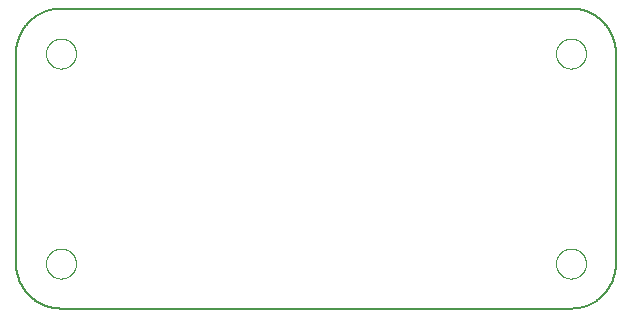
<source format=gtp>
G75*
%MOIN*%
%OFA0B0*%
%FSLAX25Y25*%
%IPPOS*%
%LPD*%
%AMOC8*
5,1,8,0,0,1.08239X$1,22.5*
%
%ADD10C,0.00000*%
%ADD11C,0.00600*%
D10*
X0011300Y0016300D02*
X0011302Y0016441D01*
X0011308Y0016582D01*
X0011318Y0016722D01*
X0011332Y0016862D01*
X0011350Y0017002D01*
X0011371Y0017141D01*
X0011397Y0017280D01*
X0011426Y0017418D01*
X0011460Y0017554D01*
X0011497Y0017690D01*
X0011538Y0017825D01*
X0011583Y0017959D01*
X0011632Y0018091D01*
X0011684Y0018222D01*
X0011740Y0018351D01*
X0011800Y0018478D01*
X0011863Y0018604D01*
X0011929Y0018728D01*
X0012000Y0018851D01*
X0012073Y0018971D01*
X0012150Y0019089D01*
X0012230Y0019205D01*
X0012314Y0019318D01*
X0012400Y0019429D01*
X0012490Y0019538D01*
X0012583Y0019644D01*
X0012678Y0019747D01*
X0012777Y0019848D01*
X0012878Y0019946D01*
X0012982Y0020041D01*
X0013089Y0020133D01*
X0013198Y0020222D01*
X0013310Y0020307D01*
X0013424Y0020390D01*
X0013540Y0020470D01*
X0013659Y0020546D01*
X0013780Y0020618D01*
X0013902Y0020688D01*
X0014027Y0020753D01*
X0014153Y0020816D01*
X0014281Y0020874D01*
X0014411Y0020929D01*
X0014542Y0020981D01*
X0014675Y0021028D01*
X0014809Y0021072D01*
X0014944Y0021113D01*
X0015080Y0021149D01*
X0015217Y0021181D01*
X0015355Y0021210D01*
X0015493Y0021235D01*
X0015633Y0021255D01*
X0015773Y0021272D01*
X0015913Y0021285D01*
X0016054Y0021294D01*
X0016194Y0021299D01*
X0016335Y0021300D01*
X0016476Y0021297D01*
X0016617Y0021290D01*
X0016757Y0021279D01*
X0016897Y0021264D01*
X0017037Y0021245D01*
X0017176Y0021223D01*
X0017314Y0021196D01*
X0017452Y0021166D01*
X0017588Y0021131D01*
X0017724Y0021093D01*
X0017858Y0021051D01*
X0017992Y0021005D01*
X0018124Y0020956D01*
X0018254Y0020902D01*
X0018383Y0020845D01*
X0018510Y0020785D01*
X0018636Y0020721D01*
X0018759Y0020653D01*
X0018881Y0020582D01*
X0019001Y0020508D01*
X0019118Y0020430D01*
X0019233Y0020349D01*
X0019346Y0020265D01*
X0019457Y0020178D01*
X0019565Y0020087D01*
X0019670Y0019994D01*
X0019773Y0019897D01*
X0019873Y0019798D01*
X0019970Y0019696D01*
X0020064Y0019591D01*
X0020155Y0019484D01*
X0020243Y0019374D01*
X0020328Y0019262D01*
X0020410Y0019147D01*
X0020489Y0019030D01*
X0020564Y0018911D01*
X0020636Y0018790D01*
X0020704Y0018667D01*
X0020769Y0018542D01*
X0020831Y0018415D01*
X0020888Y0018286D01*
X0020943Y0018156D01*
X0020993Y0018025D01*
X0021040Y0017892D01*
X0021083Y0017758D01*
X0021122Y0017622D01*
X0021157Y0017486D01*
X0021189Y0017349D01*
X0021216Y0017211D01*
X0021240Y0017072D01*
X0021260Y0016932D01*
X0021276Y0016792D01*
X0021288Y0016652D01*
X0021296Y0016511D01*
X0021300Y0016370D01*
X0021300Y0016230D01*
X0021296Y0016089D01*
X0021288Y0015948D01*
X0021276Y0015808D01*
X0021260Y0015668D01*
X0021240Y0015528D01*
X0021216Y0015389D01*
X0021189Y0015251D01*
X0021157Y0015114D01*
X0021122Y0014978D01*
X0021083Y0014842D01*
X0021040Y0014708D01*
X0020993Y0014575D01*
X0020943Y0014444D01*
X0020888Y0014314D01*
X0020831Y0014185D01*
X0020769Y0014058D01*
X0020704Y0013933D01*
X0020636Y0013810D01*
X0020564Y0013689D01*
X0020489Y0013570D01*
X0020410Y0013453D01*
X0020328Y0013338D01*
X0020243Y0013226D01*
X0020155Y0013116D01*
X0020064Y0013009D01*
X0019970Y0012904D01*
X0019873Y0012802D01*
X0019773Y0012703D01*
X0019670Y0012606D01*
X0019565Y0012513D01*
X0019457Y0012422D01*
X0019346Y0012335D01*
X0019233Y0012251D01*
X0019118Y0012170D01*
X0019001Y0012092D01*
X0018881Y0012018D01*
X0018759Y0011947D01*
X0018636Y0011879D01*
X0018510Y0011815D01*
X0018383Y0011755D01*
X0018254Y0011698D01*
X0018124Y0011644D01*
X0017992Y0011595D01*
X0017858Y0011549D01*
X0017724Y0011507D01*
X0017588Y0011469D01*
X0017452Y0011434D01*
X0017314Y0011404D01*
X0017176Y0011377D01*
X0017037Y0011355D01*
X0016897Y0011336D01*
X0016757Y0011321D01*
X0016617Y0011310D01*
X0016476Y0011303D01*
X0016335Y0011300D01*
X0016194Y0011301D01*
X0016054Y0011306D01*
X0015913Y0011315D01*
X0015773Y0011328D01*
X0015633Y0011345D01*
X0015493Y0011365D01*
X0015355Y0011390D01*
X0015217Y0011419D01*
X0015080Y0011451D01*
X0014944Y0011487D01*
X0014809Y0011528D01*
X0014675Y0011572D01*
X0014542Y0011619D01*
X0014411Y0011671D01*
X0014281Y0011726D01*
X0014153Y0011784D01*
X0014027Y0011847D01*
X0013902Y0011912D01*
X0013780Y0011982D01*
X0013659Y0012054D01*
X0013540Y0012130D01*
X0013424Y0012210D01*
X0013310Y0012293D01*
X0013198Y0012378D01*
X0013089Y0012467D01*
X0012982Y0012559D01*
X0012878Y0012654D01*
X0012777Y0012752D01*
X0012678Y0012853D01*
X0012583Y0012956D01*
X0012490Y0013062D01*
X0012400Y0013171D01*
X0012314Y0013282D01*
X0012230Y0013395D01*
X0012150Y0013511D01*
X0012073Y0013629D01*
X0012000Y0013749D01*
X0011929Y0013872D01*
X0011863Y0013996D01*
X0011800Y0014122D01*
X0011740Y0014249D01*
X0011684Y0014378D01*
X0011632Y0014509D01*
X0011583Y0014641D01*
X0011538Y0014775D01*
X0011497Y0014910D01*
X0011460Y0015046D01*
X0011426Y0015182D01*
X0011397Y0015320D01*
X0011371Y0015459D01*
X0011350Y0015598D01*
X0011332Y0015738D01*
X0011318Y0015878D01*
X0011308Y0016018D01*
X0011302Y0016159D01*
X0011300Y0016300D01*
X0011300Y0086300D02*
X0011302Y0086441D01*
X0011308Y0086582D01*
X0011318Y0086722D01*
X0011332Y0086862D01*
X0011350Y0087002D01*
X0011371Y0087141D01*
X0011397Y0087280D01*
X0011426Y0087418D01*
X0011460Y0087554D01*
X0011497Y0087690D01*
X0011538Y0087825D01*
X0011583Y0087959D01*
X0011632Y0088091D01*
X0011684Y0088222D01*
X0011740Y0088351D01*
X0011800Y0088478D01*
X0011863Y0088604D01*
X0011929Y0088728D01*
X0012000Y0088851D01*
X0012073Y0088971D01*
X0012150Y0089089D01*
X0012230Y0089205D01*
X0012314Y0089318D01*
X0012400Y0089429D01*
X0012490Y0089538D01*
X0012583Y0089644D01*
X0012678Y0089747D01*
X0012777Y0089848D01*
X0012878Y0089946D01*
X0012982Y0090041D01*
X0013089Y0090133D01*
X0013198Y0090222D01*
X0013310Y0090307D01*
X0013424Y0090390D01*
X0013540Y0090470D01*
X0013659Y0090546D01*
X0013780Y0090618D01*
X0013902Y0090688D01*
X0014027Y0090753D01*
X0014153Y0090816D01*
X0014281Y0090874D01*
X0014411Y0090929D01*
X0014542Y0090981D01*
X0014675Y0091028D01*
X0014809Y0091072D01*
X0014944Y0091113D01*
X0015080Y0091149D01*
X0015217Y0091181D01*
X0015355Y0091210D01*
X0015493Y0091235D01*
X0015633Y0091255D01*
X0015773Y0091272D01*
X0015913Y0091285D01*
X0016054Y0091294D01*
X0016194Y0091299D01*
X0016335Y0091300D01*
X0016476Y0091297D01*
X0016617Y0091290D01*
X0016757Y0091279D01*
X0016897Y0091264D01*
X0017037Y0091245D01*
X0017176Y0091223D01*
X0017314Y0091196D01*
X0017452Y0091166D01*
X0017588Y0091131D01*
X0017724Y0091093D01*
X0017858Y0091051D01*
X0017992Y0091005D01*
X0018124Y0090956D01*
X0018254Y0090902D01*
X0018383Y0090845D01*
X0018510Y0090785D01*
X0018636Y0090721D01*
X0018759Y0090653D01*
X0018881Y0090582D01*
X0019001Y0090508D01*
X0019118Y0090430D01*
X0019233Y0090349D01*
X0019346Y0090265D01*
X0019457Y0090178D01*
X0019565Y0090087D01*
X0019670Y0089994D01*
X0019773Y0089897D01*
X0019873Y0089798D01*
X0019970Y0089696D01*
X0020064Y0089591D01*
X0020155Y0089484D01*
X0020243Y0089374D01*
X0020328Y0089262D01*
X0020410Y0089147D01*
X0020489Y0089030D01*
X0020564Y0088911D01*
X0020636Y0088790D01*
X0020704Y0088667D01*
X0020769Y0088542D01*
X0020831Y0088415D01*
X0020888Y0088286D01*
X0020943Y0088156D01*
X0020993Y0088025D01*
X0021040Y0087892D01*
X0021083Y0087758D01*
X0021122Y0087622D01*
X0021157Y0087486D01*
X0021189Y0087349D01*
X0021216Y0087211D01*
X0021240Y0087072D01*
X0021260Y0086932D01*
X0021276Y0086792D01*
X0021288Y0086652D01*
X0021296Y0086511D01*
X0021300Y0086370D01*
X0021300Y0086230D01*
X0021296Y0086089D01*
X0021288Y0085948D01*
X0021276Y0085808D01*
X0021260Y0085668D01*
X0021240Y0085528D01*
X0021216Y0085389D01*
X0021189Y0085251D01*
X0021157Y0085114D01*
X0021122Y0084978D01*
X0021083Y0084842D01*
X0021040Y0084708D01*
X0020993Y0084575D01*
X0020943Y0084444D01*
X0020888Y0084314D01*
X0020831Y0084185D01*
X0020769Y0084058D01*
X0020704Y0083933D01*
X0020636Y0083810D01*
X0020564Y0083689D01*
X0020489Y0083570D01*
X0020410Y0083453D01*
X0020328Y0083338D01*
X0020243Y0083226D01*
X0020155Y0083116D01*
X0020064Y0083009D01*
X0019970Y0082904D01*
X0019873Y0082802D01*
X0019773Y0082703D01*
X0019670Y0082606D01*
X0019565Y0082513D01*
X0019457Y0082422D01*
X0019346Y0082335D01*
X0019233Y0082251D01*
X0019118Y0082170D01*
X0019001Y0082092D01*
X0018881Y0082018D01*
X0018759Y0081947D01*
X0018636Y0081879D01*
X0018510Y0081815D01*
X0018383Y0081755D01*
X0018254Y0081698D01*
X0018124Y0081644D01*
X0017992Y0081595D01*
X0017858Y0081549D01*
X0017724Y0081507D01*
X0017588Y0081469D01*
X0017452Y0081434D01*
X0017314Y0081404D01*
X0017176Y0081377D01*
X0017037Y0081355D01*
X0016897Y0081336D01*
X0016757Y0081321D01*
X0016617Y0081310D01*
X0016476Y0081303D01*
X0016335Y0081300D01*
X0016194Y0081301D01*
X0016054Y0081306D01*
X0015913Y0081315D01*
X0015773Y0081328D01*
X0015633Y0081345D01*
X0015493Y0081365D01*
X0015355Y0081390D01*
X0015217Y0081419D01*
X0015080Y0081451D01*
X0014944Y0081487D01*
X0014809Y0081528D01*
X0014675Y0081572D01*
X0014542Y0081619D01*
X0014411Y0081671D01*
X0014281Y0081726D01*
X0014153Y0081784D01*
X0014027Y0081847D01*
X0013902Y0081912D01*
X0013780Y0081982D01*
X0013659Y0082054D01*
X0013540Y0082130D01*
X0013424Y0082210D01*
X0013310Y0082293D01*
X0013198Y0082378D01*
X0013089Y0082467D01*
X0012982Y0082559D01*
X0012878Y0082654D01*
X0012777Y0082752D01*
X0012678Y0082853D01*
X0012583Y0082956D01*
X0012490Y0083062D01*
X0012400Y0083171D01*
X0012314Y0083282D01*
X0012230Y0083395D01*
X0012150Y0083511D01*
X0012073Y0083629D01*
X0012000Y0083749D01*
X0011929Y0083872D01*
X0011863Y0083996D01*
X0011800Y0084122D01*
X0011740Y0084249D01*
X0011684Y0084378D01*
X0011632Y0084509D01*
X0011583Y0084641D01*
X0011538Y0084775D01*
X0011497Y0084910D01*
X0011460Y0085046D01*
X0011426Y0085182D01*
X0011397Y0085320D01*
X0011371Y0085459D01*
X0011350Y0085598D01*
X0011332Y0085738D01*
X0011318Y0085878D01*
X0011308Y0086018D01*
X0011302Y0086159D01*
X0011300Y0086300D01*
X0181300Y0086300D02*
X0181302Y0086441D01*
X0181308Y0086582D01*
X0181318Y0086722D01*
X0181332Y0086862D01*
X0181350Y0087002D01*
X0181371Y0087141D01*
X0181397Y0087280D01*
X0181426Y0087418D01*
X0181460Y0087554D01*
X0181497Y0087690D01*
X0181538Y0087825D01*
X0181583Y0087959D01*
X0181632Y0088091D01*
X0181684Y0088222D01*
X0181740Y0088351D01*
X0181800Y0088478D01*
X0181863Y0088604D01*
X0181929Y0088728D01*
X0182000Y0088851D01*
X0182073Y0088971D01*
X0182150Y0089089D01*
X0182230Y0089205D01*
X0182314Y0089318D01*
X0182400Y0089429D01*
X0182490Y0089538D01*
X0182583Y0089644D01*
X0182678Y0089747D01*
X0182777Y0089848D01*
X0182878Y0089946D01*
X0182982Y0090041D01*
X0183089Y0090133D01*
X0183198Y0090222D01*
X0183310Y0090307D01*
X0183424Y0090390D01*
X0183540Y0090470D01*
X0183659Y0090546D01*
X0183780Y0090618D01*
X0183902Y0090688D01*
X0184027Y0090753D01*
X0184153Y0090816D01*
X0184281Y0090874D01*
X0184411Y0090929D01*
X0184542Y0090981D01*
X0184675Y0091028D01*
X0184809Y0091072D01*
X0184944Y0091113D01*
X0185080Y0091149D01*
X0185217Y0091181D01*
X0185355Y0091210D01*
X0185493Y0091235D01*
X0185633Y0091255D01*
X0185773Y0091272D01*
X0185913Y0091285D01*
X0186054Y0091294D01*
X0186194Y0091299D01*
X0186335Y0091300D01*
X0186476Y0091297D01*
X0186617Y0091290D01*
X0186757Y0091279D01*
X0186897Y0091264D01*
X0187037Y0091245D01*
X0187176Y0091223D01*
X0187314Y0091196D01*
X0187452Y0091166D01*
X0187588Y0091131D01*
X0187724Y0091093D01*
X0187858Y0091051D01*
X0187992Y0091005D01*
X0188124Y0090956D01*
X0188254Y0090902D01*
X0188383Y0090845D01*
X0188510Y0090785D01*
X0188636Y0090721D01*
X0188759Y0090653D01*
X0188881Y0090582D01*
X0189001Y0090508D01*
X0189118Y0090430D01*
X0189233Y0090349D01*
X0189346Y0090265D01*
X0189457Y0090178D01*
X0189565Y0090087D01*
X0189670Y0089994D01*
X0189773Y0089897D01*
X0189873Y0089798D01*
X0189970Y0089696D01*
X0190064Y0089591D01*
X0190155Y0089484D01*
X0190243Y0089374D01*
X0190328Y0089262D01*
X0190410Y0089147D01*
X0190489Y0089030D01*
X0190564Y0088911D01*
X0190636Y0088790D01*
X0190704Y0088667D01*
X0190769Y0088542D01*
X0190831Y0088415D01*
X0190888Y0088286D01*
X0190943Y0088156D01*
X0190993Y0088025D01*
X0191040Y0087892D01*
X0191083Y0087758D01*
X0191122Y0087622D01*
X0191157Y0087486D01*
X0191189Y0087349D01*
X0191216Y0087211D01*
X0191240Y0087072D01*
X0191260Y0086932D01*
X0191276Y0086792D01*
X0191288Y0086652D01*
X0191296Y0086511D01*
X0191300Y0086370D01*
X0191300Y0086230D01*
X0191296Y0086089D01*
X0191288Y0085948D01*
X0191276Y0085808D01*
X0191260Y0085668D01*
X0191240Y0085528D01*
X0191216Y0085389D01*
X0191189Y0085251D01*
X0191157Y0085114D01*
X0191122Y0084978D01*
X0191083Y0084842D01*
X0191040Y0084708D01*
X0190993Y0084575D01*
X0190943Y0084444D01*
X0190888Y0084314D01*
X0190831Y0084185D01*
X0190769Y0084058D01*
X0190704Y0083933D01*
X0190636Y0083810D01*
X0190564Y0083689D01*
X0190489Y0083570D01*
X0190410Y0083453D01*
X0190328Y0083338D01*
X0190243Y0083226D01*
X0190155Y0083116D01*
X0190064Y0083009D01*
X0189970Y0082904D01*
X0189873Y0082802D01*
X0189773Y0082703D01*
X0189670Y0082606D01*
X0189565Y0082513D01*
X0189457Y0082422D01*
X0189346Y0082335D01*
X0189233Y0082251D01*
X0189118Y0082170D01*
X0189001Y0082092D01*
X0188881Y0082018D01*
X0188759Y0081947D01*
X0188636Y0081879D01*
X0188510Y0081815D01*
X0188383Y0081755D01*
X0188254Y0081698D01*
X0188124Y0081644D01*
X0187992Y0081595D01*
X0187858Y0081549D01*
X0187724Y0081507D01*
X0187588Y0081469D01*
X0187452Y0081434D01*
X0187314Y0081404D01*
X0187176Y0081377D01*
X0187037Y0081355D01*
X0186897Y0081336D01*
X0186757Y0081321D01*
X0186617Y0081310D01*
X0186476Y0081303D01*
X0186335Y0081300D01*
X0186194Y0081301D01*
X0186054Y0081306D01*
X0185913Y0081315D01*
X0185773Y0081328D01*
X0185633Y0081345D01*
X0185493Y0081365D01*
X0185355Y0081390D01*
X0185217Y0081419D01*
X0185080Y0081451D01*
X0184944Y0081487D01*
X0184809Y0081528D01*
X0184675Y0081572D01*
X0184542Y0081619D01*
X0184411Y0081671D01*
X0184281Y0081726D01*
X0184153Y0081784D01*
X0184027Y0081847D01*
X0183902Y0081912D01*
X0183780Y0081982D01*
X0183659Y0082054D01*
X0183540Y0082130D01*
X0183424Y0082210D01*
X0183310Y0082293D01*
X0183198Y0082378D01*
X0183089Y0082467D01*
X0182982Y0082559D01*
X0182878Y0082654D01*
X0182777Y0082752D01*
X0182678Y0082853D01*
X0182583Y0082956D01*
X0182490Y0083062D01*
X0182400Y0083171D01*
X0182314Y0083282D01*
X0182230Y0083395D01*
X0182150Y0083511D01*
X0182073Y0083629D01*
X0182000Y0083749D01*
X0181929Y0083872D01*
X0181863Y0083996D01*
X0181800Y0084122D01*
X0181740Y0084249D01*
X0181684Y0084378D01*
X0181632Y0084509D01*
X0181583Y0084641D01*
X0181538Y0084775D01*
X0181497Y0084910D01*
X0181460Y0085046D01*
X0181426Y0085182D01*
X0181397Y0085320D01*
X0181371Y0085459D01*
X0181350Y0085598D01*
X0181332Y0085738D01*
X0181318Y0085878D01*
X0181308Y0086018D01*
X0181302Y0086159D01*
X0181300Y0086300D01*
X0181300Y0016300D02*
X0181302Y0016441D01*
X0181308Y0016582D01*
X0181318Y0016722D01*
X0181332Y0016862D01*
X0181350Y0017002D01*
X0181371Y0017141D01*
X0181397Y0017280D01*
X0181426Y0017418D01*
X0181460Y0017554D01*
X0181497Y0017690D01*
X0181538Y0017825D01*
X0181583Y0017959D01*
X0181632Y0018091D01*
X0181684Y0018222D01*
X0181740Y0018351D01*
X0181800Y0018478D01*
X0181863Y0018604D01*
X0181929Y0018728D01*
X0182000Y0018851D01*
X0182073Y0018971D01*
X0182150Y0019089D01*
X0182230Y0019205D01*
X0182314Y0019318D01*
X0182400Y0019429D01*
X0182490Y0019538D01*
X0182583Y0019644D01*
X0182678Y0019747D01*
X0182777Y0019848D01*
X0182878Y0019946D01*
X0182982Y0020041D01*
X0183089Y0020133D01*
X0183198Y0020222D01*
X0183310Y0020307D01*
X0183424Y0020390D01*
X0183540Y0020470D01*
X0183659Y0020546D01*
X0183780Y0020618D01*
X0183902Y0020688D01*
X0184027Y0020753D01*
X0184153Y0020816D01*
X0184281Y0020874D01*
X0184411Y0020929D01*
X0184542Y0020981D01*
X0184675Y0021028D01*
X0184809Y0021072D01*
X0184944Y0021113D01*
X0185080Y0021149D01*
X0185217Y0021181D01*
X0185355Y0021210D01*
X0185493Y0021235D01*
X0185633Y0021255D01*
X0185773Y0021272D01*
X0185913Y0021285D01*
X0186054Y0021294D01*
X0186194Y0021299D01*
X0186335Y0021300D01*
X0186476Y0021297D01*
X0186617Y0021290D01*
X0186757Y0021279D01*
X0186897Y0021264D01*
X0187037Y0021245D01*
X0187176Y0021223D01*
X0187314Y0021196D01*
X0187452Y0021166D01*
X0187588Y0021131D01*
X0187724Y0021093D01*
X0187858Y0021051D01*
X0187992Y0021005D01*
X0188124Y0020956D01*
X0188254Y0020902D01*
X0188383Y0020845D01*
X0188510Y0020785D01*
X0188636Y0020721D01*
X0188759Y0020653D01*
X0188881Y0020582D01*
X0189001Y0020508D01*
X0189118Y0020430D01*
X0189233Y0020349D01*
X0189346Y0020265D01*
X0189457Y0020178D01*
X0189565Y0020087D01*
X0189670Y0019994D01*
X0189773Y0019897D01*
X0189873Y0019798D01*
X0189970Y0019696D01*
X0190064Y0019591D01*
X0190155Y0019484D01*
X0190243Y0019374D01*
X0190328Y0019262D01*
X0190410Y0019147D01*
X0190489Y0019030D01*
X0190564Y0018911D01*
X0190636Y0018790D01*
X0190704Y0018667D01*
X0190769Y0018542D01*
X0190831Y0018415D01*
X0190888Y0018286D01*
X0190943Y0018156D01*
X0190993Y0018025D01*
X0191040Y0017892D01*
X0191083Y0017758D01*
X0191122Y0017622D01*
X0191157Y0017486D01*
X0191189Y0017349D01*
X0191216Y0017211D01*
X0191240Y0017072D01*
X0191260Y0016932D01*
X0191276Y0016792D01*
X0191288Y0016652D01*
X0191296Y0016511D01*
X0191300Y0016370D01*
X0191300Y0016230D01*
X0191296Y0016089D01*
X0191288Y0015948D01*
X0191276Y0015808D01*
X0191260Y0015668D01*
X0191240Y0015528D01*
X0191216Y0015389D01*
X0191189Y0015251D01*
X0191157Y0015114D01*
X0191122Y0014978D01*
X0191083Y0014842D01*
X0191040Y0014708D01*
X0190993Y0014575D01*
X0190943Y0014444D01*
X0190888Y0014314D01*
X0190831Y0014185D01*
X0190769Y0014058D01*
X0190704Y0013933D01*
X0190636Y0013810D01*
X0190564Y0013689D01*
X0190489Y0013570D01*
X0190410Y0013453D01*
X0190328Y0013338D01*
X0190243Y0013226D01*
X0190155Y0013116D01*
X0190064Y0013009D01*
X0189970Y0012904D01*
X0189873Y0012802D01*
X0189773Y0012703D01*
X0189670Y0012606D01*
X0189565Y0012513D01*
X0189457Y0012422D01*
X0189346Y0012335D01*
X0189233Y0012251D01*
X0189118Y0012170D01*
X0189001Y0012092D01*
X0188881Y0012018D01*
X0188759Y0011947D01*
X0188636Y0011879D01*
X0188510Y0011815D01*
X0188383Y0011755D01*
X0188254Y0011698D01*
X0188124Y0011644D01*
X0187992Y0011595D01*
X0187858Y0011549D01*
X0187724Y0011507D01*
X0187588Y0011469D01*
X0187452Y0011434D01*
X0187314Y0011404D01*
X0187176Y0011377D01*
X0187037Y0011355D01*
X0186897Y0011336D01*
X0186757Y0011321D01*
X0186617Y0011310D01*
X0186476Y0011303D01*
X0186335Y0011300D01*
X0186194Y0011301D01*
X0186054Y0011306D01*
X0185913Y0011315D01*
X0185773Y0011328D01*
X0185633Y0011345D01*
X0185493Y0011365D01*
X0185355Y0011390D01*
X0185217Y0011419D01*
X0185080Y0011451D01*
X0184944Y0011487D01*
X0184809Y0011528D01*
X0184675Y0011572D01*
X0184542Y0011619D01*
X0184411Y0011671D01*
X0184281Y0011726D01*
X0184153Y0011784D01*
X0184027Y0011847D01*
X0183902Y0011912D01*
X0183780Y0011982D01*
X0183659Y0012054D01*
X0183540Y0012130D01*
X0183424Y0012210D01*
X0183310Y0012293D01*
X0183198Y0012378D01*
X0183089Y0012467D01*
X0182982Y0012559D01*
X0182878Y0012654D01*
X0182777Y0012752D01*
X0182678Y0012853D01*
X0182583Y0012956D01*
X0182490Y0013062D01*
X0182400Y0013171D01*
X0182314Y0013282D01*
X0182230Y0013395D01*
X0182150Y0013511D01*
X0182073Y0013629D01*
X0182000Y0013749D01*
X0181929Y0013872D01*
X0181863Y0013996D01*
X0181800Y0014122D01*
X0181740Y0014249D01*
X0181684Y0014378D01*
X0181632Y0014509D01*
X0181583Y0014641D01*
X0181538Y0014775D01*
X0181497Y0014910D01*
X0181460Y0015046D01*
X0181426Y0015182D01*
X0181397Y0015320D01*
X0181371Y0015459D01*
X0181350Y0015598D01*
X0181332Y0015738D01*
X0181318Y0015878D01*
X0181308Y0016018D01*
X0181302Y0016159D01*
X0181300Y0016300D01*
D11*
X0186300Y0001300D02*
X0016300Y0001300D01*
X0015938Y0001304D01*
X0015575Y0001318D01*
X0015213Y0001339D01*
X0014852Y0001370D01*
X0014492Y0001409D01*
X0014133Y0001457D01*
X0013775Y0001514D01*
X0013418Y0001579D01*
X0013063Y0001653D01*
X0012710Y0001736D01*
X0012359Y0001827D01*
X0012011Y0001926D01*
X0011665Y0002034D01*
X0011321Y0002150D01*
X0010981Y0002275D01*
X0010644Y0002407D01*
X0010310Y0002548D01*
X0009979Y0002697D01*
X0009652Y0002854D01*
X0009329Y0003018D01*
X0009010Y0003190D01*
X0008696Y0003370D01*
X0008385Y0003558D01*
X0008080Y0003753D01*
X0007779Y0003955D01*
X0007483Y0004165D01*
X0007193Y0004381D01*
X0006907Y0004605D01*
X0006627Y0004835D01*
X0006353Y0005072D01*
X0006085Y0005316D01*
X0005822Y0005566D01*
X0005566Y0005822D01*
X0005316Y0006085D01*
X0005072Y0006353D01*
X0004835Y0006627D01*
X0004605Y0006907D01*
X0004381Y0007193D01*
X0004165Y0007483D01*
X0003955Y0007779D01*
X0003753Y0008080D01*
X0003558Y0008385D01*
X0003370Y0008696D01*
X0003190Y0009010D01*
X0003018Y0009329D01*
X0002854Y0009652D01*
X0002697Y0009979D01*
X0002548Y0010310D01*
X0002407Y0010644D01*
X0002275Y0010981D01*
X0002150Y0011321D01*
X0002034Y0011665D01*
X0001926Y0012011D01*
X0001827Y0012359D01*
X0001736Y0012710D01*
X0001653Y0013063D01*
X0001579Y0013418D01*
X0001514Y0013775D01*
X0001457Y0014133D01*
X0001409Y0014492D01*
X0001370Y0014852D01*
X0001339Y0015213D01*
X0001318Y0015575D01*
X0001304Y0015938D01*
X0001300Y0016300D01*
X0001300Y0086300D01*
X0001304Y0086662D01*
X0001318Y0087025D01*
X0001339Y0087387D01*
X0001370Y0087748D01*
X0001409Y0088108D01*
X0001457Y0088467D01*
X0001514Y0088825D01*
X0001579Y0089182D01*
X0001653Y0089537D01*
X0001736Y0089890D01*
X0001827Y0090241D01*
X0001926Y0090589D01*
X0002034Y0090935D01*
X0002150Y0091279D01*
X0002275Y0091619D01*
X0002407Y0091956D01*
X0002548Y0092290D01*
X0002697Y0092621D01*
X0002854Y0092948D01*
X0003018Y0093271D01*
X0003190Y0093590D01*
X0003370Y0093904D01*
X0003558Y0094215D01*
X0003753Y0094520D01*
X0003955Y0094821D01*
X0004165Y0095117D01*
X0004381Y0095407D01*
X0004605Y0095693D01*
X0004835Y0095973D01*
X0005072Y0096247D01*
X0005316Y0096515D01*
X0005566Y0096778D01*
X0005822Y0097034D01*
X0006085Y0097284D01*
X0006353Y0097528D01*
X0006627Y0097765D01*
X0006907Y0097995D01*
X0007193Y0098219D01*
X0007483Y0098435D01*
X0007779Y0098645D01*
X0008080Y0098847D01*
X0008385Y0099042D01*
X0008696Y0099230D01*
X0009010Y0099410D01*
X0009329Y0099582D01*
X0009652Y0099746D01*
X0009979Y0099903D01*
X0010310Y0100052D01*
X0010644Y0100193D01*
X0010981Y0100325D01*
X0011321Y0100450D01*
X0011665Y0100566D01*
X0012011Y0100674D01*
X0012359Y0100773D01*
X0012710Y0100864D01*
X0013063Y0100947D01*
X0013418Y0101021D01*
X0013775Y0101086D01*
X0014133Y0101143D01*
X0014492Y0101191D01*
X0014852Y0101230D01*
X0015213Y0101261D01*
X0015575Y0101282D01*
X0015938Y0101296D01*
X0016300Y0101300D01*
X0186300Y0101300D01*
X0186662Y0101296D01*
X0187025Y0101282D01*
X0187387Y0101261D01*
X0187748Y0101230D01*
X0188108Y0101191D01*
X0188467Y0101143D01*
X0188825Y0101086D01*
X0189182Y0101021D01*
X0189537Y0100947D01*
X0189890Y0100864D01*
X0190241Y0100773D01*
X0190589Y0100674D01*
X0190935Y0100566D01*
X0191279Y0100450D01*
X0191619Y0100325D01*
X0191956Y0100193D01*
X0192290Y0100052D01*
X0192621Y0099903D01*
X0192948Y0099746D01*
X0193271Y0099582D01*
X0193590Y0099410D01*
X0193904Y0099230D01*
X0194215Y0099042D01*
X0194520Y0098847D01*
X0194821Y0098645D01*
X0195117Y0098435D01*
X0195407Y0098219D01*
X0195693Y0097995D01*
X0195973Y0097765D01*
X0196247Y0097528D01*
X0196515Y0097284D01*
X0196778Y0097034D01*
X0197034Y0096778D01*
X0197284Y0096515D01*
X0197528Y0096247D01*
X0197765Y0095973D01*
X0197995Y0095693D01*
X0198219Y0095407D01*
X0198435Y0095117D01*
X0198645Y0094821D01*
X0198847Y0094520D01*
X0199042Y0094215D01*
X0199230Y0093904D01*
X0199410Y0093590D01*
X0199582Y0093271D01*
X0199746Y0092948D01*
X0199903Y0092621D01*
X0200052Y0092290D01*
X0200193Y0091956D01*
X0200325Y0091619D01*
X0200450Y0091279D01*
X0200566Y0090935D01*
X0200674Y0090589D01*
X0200773Y0090241D01*
X0200864Y0089890D01*
X0200947Y0089537D01*
X0201021Y0089182D01*
X0201086Y0088825D01*
X0201143Y0088467D01*
X0201191Y0088108D01*
X0201230Y0087748D01*
X0201261Y0087387D01*
X0201282Y0087025D01*
X0201296Y0086662D01*
X0201300Y0086300D01*
X0201300Y0016300D01*
X0201296Y0015938D01*
X0201282Y0015575D01*
X0201261Y0015213D01*
X0201230Y0014852D01*
X0201191Y0014492D01*
X0201143Y0014133D01*
X0201086Y0013775D01*
X0201021Y0013418D01*
X0200947Y0013063D01*
X0200864Y0012710D01*
X0200773Y0012359D01*
X0200674Y0012011D01*
X0200566Y0011665D01*
X0200450Y0011321D01*
X0200325Y0010981D01*
X0200193Y0010644D01*
X0200052Y0010310D01*
X0199903Y0009979D01*
X0199746Y0009652D01*
X0199582Y0009329D01*
X0199410Y0009010D01*
X0199230Y0008696D01*
X0199042Y0008385D01*
X0198847Y0008080D01*
X0198645Y0007779D01*
X0198435Y0007483D01*
X0198219Y0007193D01*
X0197995Y0006907D01*
X0197765Y0006627D01*
X0197528Y0006353D01*
X0197284Y0006085D01*
X0197034Y0005822D01*
X0196778Y0005566D01*
X0196515Y0005316D01*
X0196247Y0005072D01*
X0195973Y0004835D01*
X0195693Y0004605D01*
X0195407Y0004381D01*
X0195117Y0004165D01*
X0194821Y0003955D01*
X0194520Y0003753D01*
X0194215Y0003558D01*
X0193904Y0003370D01*
X0193590Y0003190D01*
X0193271Y0003018D01*
X0192948Y0002854D01*
X0192621Y0002697D01*
X0192290Y0002548D01*
X0191956Y0002407D01*
X0191619Y0002275D01*
X0191279Y0002150D01*
X0190935Y0002034D01*
X0190589Y0001926D01*
X0190241Y0001827D01*
X0189890Y0001736D01*
X0189537Y0001653D01*
X0189182Y0001579D01*
X0188825Y0001514D01*
X0188467Y0001457D01*
X0188108Y0001409D01*
X0187748Y0001370D01*
X0187387Y0001339D01*
X0187025Y0001318D01*
X0186662Y0001304D01*
X0186300Y0001300D01*
M02*

</source>
